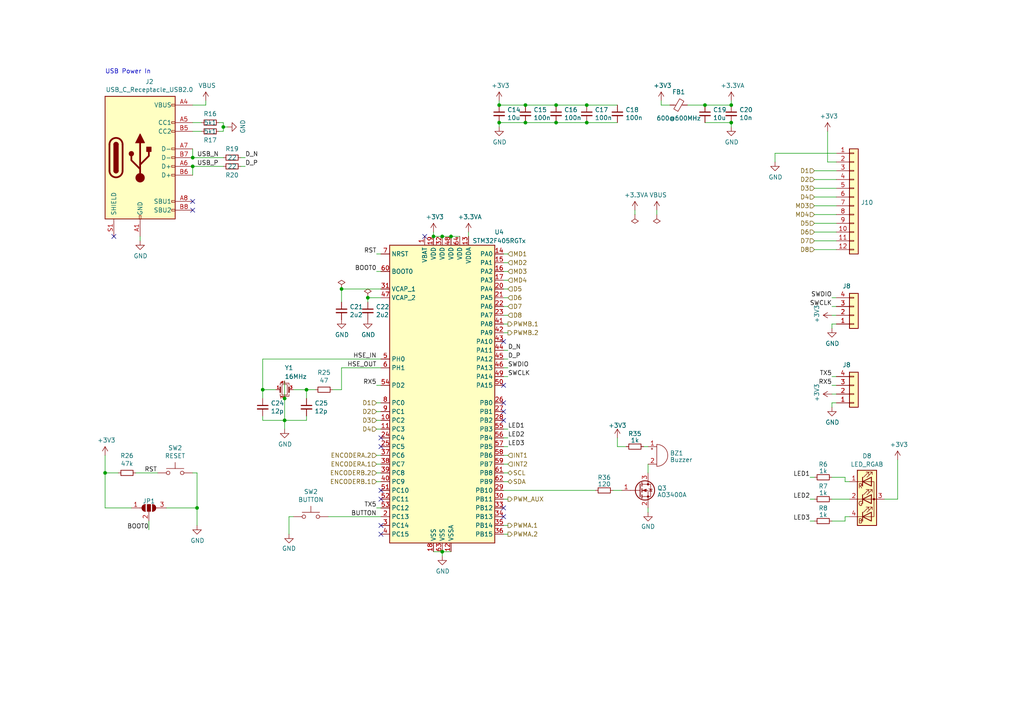
<source format=kicad_sch>
(kicad_sch (version 20230121) (generator eeschema)
  (paper "A4")
  (lib_symbols
    (symbol "Connector_Generic:Conn_01x04" (pin_names (offset 1.016) hide)
      (property "Reference" "J" (at 0 5.08 0))
      (property "Value" "Conn_01x04" (at 0 -7.62 0))
      (symbol "Conn_01x04_1_1"
        (pin passive line (at -5.08 2.54 0) (length 3.81) (name "Pin_1") (number "1"))
        (pin passive line (at -5.08 0 0) (length 3.81) (name "Pin_2") (number "2"))
        (pin passive line (at -5.08 -2.54 0) (length 3.81) (name "Pin_3") (number "3"))
        (pin passive line (at -5.08 -5.08 0) (length 3.81) (name "Pin_4") (number "4"))
      )
    )
    (symbol "Connector_Generic:Conn_01x12" (pin_names (offset 1.016) hide)
      (property "Reference" "J" (at 0 15.24 0))
      (property "Value" "Conn_01x12" (at 0 -17.78 0))
      (symbol "Conn_01x12_1_1"
        (pin passive line (at -5.08 12.7 0) (length 3.81) (name "Pin_1") (number "1"))
        (pin passive line (at -5.08 -10.16 0) (length 3.81) (name "Pin_10") (number "10"))
        (pin passive line (at -5.08 -12.7 0) (length 3.81) (name "Pin_11") (number "11"))
        (pin passive line (at -5.08 -15.24 0) (length 3.81) (name "Pin_12") (number "12"))
        (pin passive line (at -5.08 10.16 0) (length 3.81) (name "Pin_2") (number "2"))
        (pin passive line (at -5.08 7.62 0) (length 3.81) (name "Pin_3") (number "3"))
        (pin passive line (at -5.08 5.08 0) (length 3.81) (name "Pin_4") (number "4"))
        (pin passive line (at -5.08 2.54 0) (length 3.81) (name "Pin_5") (number "5"))
        (pin passive line (at -5.08 0 0) (length 3.81) (name "Pin_6") (number "6"))
        (pin passive line (at -5.08 -2.54 0) (length 3.81) (name "Pin_7") (number "7"))
        (pin passive line (at -5.08 -5.08 0) (length 3.81) (name "Pin_8") (number "8"))
        (pin passive line (at -5.08 -7.62 0) (length 3.81) (name "Pin_9") (number "9"))
      )
    )
    (symbol "Device:Buzzer" (pin_names (offset 0.0254) hide)
      (property "Reference" "BZ" (at 3.81 1.27 0))
      (property "Value" "Buzzer" (at 3.81 -1.27 0))
      (symbol "Buzzer_1_1"
        (pin passive line (at -2.54 2.54 0) (length 2.54) (name "-") (number "1"))
        (pin passive line (at -2.54 -2.54 0) (length 2.54) (name "+") (number "2"))
      )
    )
    (symbol "Device:C_Small" (pin_numbers hide) (pin_names (offset 0.254) hide)
      (property "Reference" "C" (at 0.254 1.778 0))
      (property "Value" "C_Small" (at 0.254 -2.032 0))
      (symbol "C_Small_1_1"
        (pin passive line (at 0 2.54 270) (length 2.032) (name "~") (number "1"))
        (pin passive line (at 0 -2.54 90) (length 2.032) (name "~") (number "2"))
      )
    )
    (symbol "Device:Crystal_GND24_Small" (pin_names (offset 1.016) hide)
      (property "Reference" "Y" (at 1.27 4.445 0))
      (property "Value" "Crystal_GND24_Small" (at 1.27 2.54 0))
      (symbol "Crystal_GND24_Small_1_1"
        (pin passive line (at -2.54 0 0) (length 1.27) (name "1") (number "1"))
        (pin passive line (at 0 -2.54 90) (length 0.635) (name "2") (number "2"))
        (pin passive line (at 2.54 0 180) (length 1.27) (name "3") (number "3"))
        (pin passive line (at 0 2.54 270) (length 0.635) (name "4") (number "4"))
      )
    )
    (symbol "Device:Ferrite_Bead_Small" (pin_numbers hide) (pin_names (offset 0))
      (property "Reference" "FB" (at 1.905 1.27 0))
      (property "Value" "Device_Ferrite_Bead_Small" (at 1.905 -1.27 0))
      (symbol "Ferrite_Bead_Small_1_1"
        (pin passive line (at 0 2.54 270) (length 1.27) (name "~") (number "1"))
        (pin passive line (at 0 -2.54 90) (length 1.27) (name "~") (number "2"))
      )
    )
    (symbol "Device:LED_RGAB" (pin_names (offset 0) hide)
      (property "Reference" "D" (at 0 9.398 0))
      (property "Value" "LED_RGAB" (at 0 -8.89 0))
      (symbol "LED_RGAB_0_0"
        (text "B" (at -1.905 -6.35 0) (effects (font (size 1.27 1.27))))
        (text "G" (at -1.905 -1.27 0) (effects (font (size 1.27 1.27))))
        (text "R" (at -1.905 3.81 0) (effects (font (size 1.27 1.27))))
      )
      (symbol "LED_RGAB_1_1"
        (pin passive line (at -5.08 5.08 0) (length 2.54) (name "RK") (number "1"))
        (pin passive line (at -5.08 0 0) (length 2.54) (name "GK") (number "2"))
        (pin passive line (at 5.08 0 180) (length 2.54) (name "A") (number "3"))
        (pin passive line (at -5.08 -5.08 0) (length 2.54) (name "BK") (number "4"))
      )
    )
    (symbol "Device:R_Small" (pin_numbers hide) (pin_names (offset 0.254) hide)
      (property "Reference" "R" (at 0.762 0.508 0))
      (property "Value" "R_Small" (at 0.762 -1.016 0))
      (symbol "R_Small_1_1"
        (pin passive line (at 0 2.54 270) (length 0.762) (name "~") (number "1"))
        (pin passive line (at 0 -2.54 90) (length 0.762) (name "~") (number "2"))
      )
    )
    (symbol "GND_3" (power) (pin_names (offset 0))
      (property "Value" "GND_3" (at 0 -3.81 0))
      (symbol "GND_3_1_1"
        (pin power_in line (at 0 0 270) (length 0) hide (name "GND") (number "1"))
      )
    )
    (symbol "Jumper:SolderJumper_3_Open" (pin_names (offset 0) hide)
      (property "Reference" "JP" (at -2.54 -2.54 0))
      (property "Value" "SolderJumper_3_Open" (at 0 2.794 0))
      (symbol "SolderJumper_3_Open_1_1"
        (pin passive line (at -5.08 0 0) (length 2.54) (name "A") (number "1"))
        (pin passive line (at 0 -3.81 90) (length 2.54) (name "C") (number "2"))
        (pin passive line (at 5.08 0 180) (length 2.54) (name "B") (number "3"))
      )
    )
    (symbol "Line-Tracer-rescue:USB_C_Receptacle_USB2.0-Connector" (pin_names (offset 1.016))
      (property "Reference" "J" (at -10.16 19.05 0))
      (property "Value" "USB_C_Receptacle_USB2.0-Connector" (at 19.05 19.05 0))
      (symbol "USB_C_Receptacle_USB2.0-Connector_1_1"
        (pin power_in line (at 0 -22.86 90) (length 5.08) (name "GND") (number "A1"))
        (pin passive line (at 0 -22.86 90) (length 5.08) hide (name "GND") (number "A12"))
        (pin power_in line (at 15.24 15.24 180) (length 5.08) (name "VBUS") (number "A4"))
        (pin bidirectional line (at 15.24 10.16 180) (length 5.08) (name "CC1") (number "A5"))
        (pin bidirectional line (at 15.24 -2.54 180) (length 5.08) (name "D+") (number "A6"))
        (pin bidirectional line (at 15.24 2.54 180) (length 5.08) (name "D-") (number "A7"))
        (pin bidirectional line (at 15.24 -12.7 180) (length 5.08) (name "SBU1") (number "A8"))
        (pin passive line (at 15.24 15.24 180) (length 5.08) hide (name "VBUS") (number "A9"))
        (pin passive line (at 0 -22.86 90) (length 5.08) hide (name "GND") (number "B1"))
        (pin passive line (at 0 -22.86 90) (length 5.08) hide (name "GND") (number "B12"))
        (pin passive line (at 15.24 15.24 180) (length 5.08) hide (name "VBUS") (number "B4"))
        (pin bidirectional line (at 15.24 7.62 180) (length 5.08) (name "CC2") (number "B5"))
        (pin bidirectional line (at 15.24 -5.08 180) (length 5.08) (name "D+") (number "B6"))
        (pin bidirectional line (at 15.24 0 180) (length 5.08) (name "D-") (number "B7"))
        (pin bidirectional line (at 15.24 -15.24 180) (length 5.08) (name "SBU2") (number "B8"))
        (pin passive line (at 15.24 15.24 180) (length 5.08) hide (name "VBUS") (number "B9"))
        (pin passive line (at -7.62 -22.86 90) (length 5.08) (name "SHIELD") (number "S1"))
      )
    )
    (symbol "MCU_ST_STM32F4:STM32F405RGTx"
      (property "Reference" "U" (at -15.24 44.45 0))
      (property "Value" "STM32F405RGTx" (at 10.16 44.45 0))
      (symbol "STM32F405RGTx_1_1"
        (pin power_in line (at -5.08 45.72 270) (length 2.54) (name "VBAT") (number "1"))
        (pin bidirectional line (at -17.78 -7.62 0) (length 2.54) (name "PC2") (number "10"))
        (pin bidirectional line (at -17.78 -10.16 0) (length 2.54) (name "PC3") (number "11"))
        (pin power_in line (at 2.54 -45.72 90) (length 2.54) (name "VSSA") (number "12"))
        (pin power_in line (at 7.62 45.72 270) (length 2.54) (name "VDDA") (number "13"))
        (pin bidirectional line (at 17.78 40.64 180) (length 2.54) (name "PA0") (number "14"))
        (pin bidirectional line (at 17.78 38.1 180) (length 2.54) (name "PA1") (number "15"))
        (pin bidirectional line (at 17.78 35.56 180) (length 2.54) (name "PA2") (number "16"))
        (pin bidirectional line (at 17.78 33.02 180) (length 2.54) (name "PA3") (number "17"))
        (pin power_in line (at -2.54 -45.72 90) (length 2.54) (name "VSS") (number "18"))
        (pin power_in line (at -2.54 45.72 270) (length 2.54) (name "VDD") (number "19"))
        (pin bidirectional line (at -17.78 -35.56 0) (length 2.54) (name "PC13") (number "2"))
        (pin bidirectional line (at 17.78 30.48 180) (length 2.54) (name "PA4") (number "20"))
        (pin bidirectional line (at 17.78 27.94 180) (length 2.54) (name "PA5") (number "21"))
        (pin bidirectional line (at 17.78 25.4 180) (length 2.54) (name "PA6") (number "22"))
        (pin bidirectional line (at 17.78 22.86 180) (length 2.54) (name "PA7") (number "23"))
        (pin bidirectional line (at -17.78 -12.7 0) (length 2.54) (name "PC4") (number "24"))
        (pin bidirectional line (at -17.78 -15.24 0) (length 2.54) (name "PC5") (number "25"))
        (pin bidirectional line (at 17.78 -2.54 180) (length 2.54) (name "PB0") (number "26"))
        (pin bidirectional line (at 17.78 -5.08 180) (length 2.54) (name "PB1") (number "27"))
        (pin bidirectional line (at 17.78 -7.62 180) (length 2.54) (name "PB2") (number "28"))
        (pin bidirectional line (at 17.78 -27.94 180) (length 2.54) (name "PB10") (number "29"))
        (pin bidirectional line (at -17.78 -38.1 0) (length 2.54) (name "PC14") (number "3"))
        (pin bidirectional line (at 17.78 -30.48 180) (length 2.54) (name "PB11") (number "30"))
        (pin power_in line (at -17.78 30.48 0) (length 2.54) (name "VCAP_1") (number "31"))
        (pin power_in line (at 0 45.72 270) (length 2.54) (name "VDD") (number "32"))
        (pin bidirectional line (at 17.78 -33.02 180) (length 2.54) (name "PB12") (number "33"))
        (pin bidirectional line (at 17.78 -35.56 180) (length 2.54) (name "PB13") (number "34"))
        (pin bidirectional line (at 17.78 -38.1 180) (length 2.54) (name "PB14") (number "35"))
        (pin bidirectional line (at 17.78 -40.64 180) (length 2.54) (name "PB15") (number "36"))
        (pin bidirectional line (at -17.78 -17.78 0) (length 2.54) (name "PC6") (number "37"))
        (pin bidirectional line (at -17.78 -20.32 0) (length 2.54) (name "PC7") (number "38"))
        (pin bidirectional line (at -17.78 -22.86 0) (length 2.54) (name "PC8") (number "39"))
        (pin bidirectional line (at -17.78 -40.64 0) (length 2.54) (name "PC15") (number "4"))
        (pin bidirectional line (at -17.78 -25.4 0) (length 2.54) (name "PC9") (number "40"))
        (pin bidirectional line (at 17.78 20.32 180) (length 2.54) (name "PA8") (number "41"))
        (pin bidirectional line (at 17.78 17.78 180) (length 2.54) (name "PA9") (number "42"))
        (pin bidirectional line (at 17.78 15.24 180) (length 2.54) (name "PA10") (number "43"))
        (pin bidirectional line (at 17.78 12.7 180) (length 2.54) (name "PA11") (number "44"))
        (pin bidirectional line (at 17.78 10.16 180) (length 2.54) (name "PA12") (number "45"))
        (pin bidirectional line (at 17.78 7.62 180) (length 2.54) (name "PA13") (number "46"))
        (pin power_in line (at -17.78 27.94 0) (length 2.54) (name "VCAP_2") (number "47"))
        (pin power_in line (at 2.54 45.72 270) (length 2.54) (name "VDD") (number "48"))
        (pin bidirectional line (at 17.78 5.08 180) (length 2.54) (name "PA14") (number "49"))
        (pin input line (at -17.78 10.16 0) (length 2.54) (name "PH0") (number "5"))
        (pin bidirectional line (at 17.78 2.54 180) (length 2.54) (name "PA15") (number "50"))
        (pin bidirectional line (at -17.78 -27.94 0) (length 2.54) (name "PC10") (number "51"))
        (pin bidirectional line (at -17.78 -30.48 0) (length 2.54) (name "PC11") (number "52"))
        (pin bidirectional line (at -17.78 -33.02 0) (length 2.54) (name "PC12") (number "53"))
        (pin bidirectional line (at -17.78 2.54 0) (length 2.54) (name "PD2") (number "54"))
        (pin bidirectional line (at 17.78 -10.16 180) (length 2.54) (name "PB3") (number "55"))
        (pin bidirectional line (at 17.78 -12.7 180) (length 2.54) (name "PB4") (number "56"))
        (pin bidirectional line (at 17.78 -15.24 180) (length 2.54) (name "PB5") (number "57"))
        (pin bidirectional line (at 17.78 -17.78 180) (length 2.54) (name "PB6") (number "58"))
        (pin bidirectional line (at 17.78 -20.32 180) (length 2.54) (name "PB7") (number "59"))
        (pin input line (at -17.78 7.62 0) (length 2.54) (name "PH1") (number "6"))
        (pin input line (at -17.78 35.56 0) (length 2.54) (name "BOOT0") (number "60"))
        (pin bidirectional line (at 17.78 -22.86 180) (length 2.54) (name "PB8") (number "61"))
        (pin bidirectional line (at 17.78 -25.4 180) (length 2.54) (name "PB9") (number "62"))
        (pin power_in line (at 0 -45.72 90) (length 2.54) (name "VSS") (number "63"))
        (pin power_in line (at 5.08 45.72 270) (length 2.54) (name "VDD") (number "64"))
        (pin input line (at -17.78 40.64 0) (length 2.54) (name "NRST") (number "7"))
        (pin bidirectional line (at -17.78 -2.54 0) (length 2.54) (name "PC0") (number "8"))
        (pin bidirectional line (at -17.78 -5.08 0) (length 2.54) (name "PC1") (number "9"))
      )
    )
    (symbol "Switch:SW_Push" (pin_numbers hide) (pin_names (offset 1.016) hide)
      (property "Reference" "SW" (at 1.27 2.54 0))
      (property "Value" "SW_Push" (at 0 -1.524 0))
      (symbol "SW_Push_0_1"
        (pin passive line (at -5.08 0 0) (length 2.54) (name "1") (number "1"))
        (pin passive line (at 5.08 0 180) (length 2.54) (name "2") (number "2"))
      )
    )
    (symbol "Transistor_FET:AO3400A" (pin_names hide)
      (property "Reference" "Q" (at 5.08 1.905 0))
      (property "Value" "AO3400A" (at 5.08 0 0))
      (symbol "AO3400A_1_1"
        (pin input line (at -5.08 0 0) (length 2.54) (name "G") (number "1"))
        (pin passive line (at 2.54 -5.08 90) (length 2.54) (name "S") (number "2"))
        (pin passive line (at 2.54 5.08 270) (length 2.54) (name "D") (number "3"))
      )
    )
    (symbol "power:+3.3V" (power) (pin_names (offset 0))
      (property "Value" "+3.3V" (at 0 3.556 0))
      (symbol "+3.3V_1_1"
        (pin power_in line (at 0 0 90) (length 0) hide (name "+3V3") (number "1"))
      )
    )
    (symbol "power:+3.3VA" (power) (pin_names (offset 0))
      (property "Value" "+3.3VA" (at 0 3.556 0))
      (symbol "+3.3VA_1_1"
        (pin power_in line (at 0 0 90) (length 0) hide (name "+3.3VA") (number "1"))
      )
    )
    (symbol "power:GND" (power) (pin_names (offset 0))
      (property "Value" "GND" (at 0 -3.81 0))
      (symbol "GND_1_1"
        (pin power_in line (at 0 0 270) (length 0) hide (name "GND") (number "1"))
      )
    )
    (symbol "power:PWR_FLAG" (power) (pin_numbers hide) (pin_names (offset 0) hide)
      (property "Value" "PWR_FLAG" (at 0 3.81 0))
      (symbol "PWR_FLAG_0_0"
        (pin power_out line (at 0 0 90) (length 0) (name "pwr") (number "1"))
      )
    )
    (symbol "power:VBUS" (power) (pin_names (offset 0))
      (property "Value" "VBUS" (at 0 3.81 0))
      (symbol "VBUS_1_1"
        (pin power_in line (at 0 0 90) (length 0) hide (name "VBUS") (number "1"))
      )
    )
  )
  (junction (at 99.06 83.82))
  (junction (at 144.78 30.48))
  (junction (at 161.29 30.48))
  (junction (at 170.18 35.56))
  (junction (at 55.88 45.72))
  (junction (at 128.27 160.02))
  (junction (at 30.48 137.16))
  (junction (at 130.81 68.58))
  (junction (at 76.2 113.03))
  (junction (at 128.27 68.58))
  (junction (at 88.9 113.03))
  (junction (at 57.15 147.32))
  (junction (at 55.88 48.26))
  (junction (at 170.18 30.48))
  (junction (at 212.09 35.56))
  (junction (at 82.55 121.92))
  (junction (at 161.29 35.56))
  (junction (at 144.78 35.56))
  (junction (at 82.55 115.57))
  (junction (at 204.47 30.48))
  (junction (at 64.77 36.83))
  (junction (at 125.73 68.58))
  (junction (at 152.4 30.48))
  (junction (at 152.4 35.56))
  (junction (at 106.68 86.36))
  (junction (at 212.09 30.48))
  (no_connect (at 146.05 111.76))
  (no_connect (at 110.49 127))
  (no_connect (at 146.05 116.84))
  (no_connect (at 146.05 147.32))
  (no_connect (at 55.88 60.96))
  (no_connect (at 55.88 58.42))
  (no_connect (at 110.49 154.94))
  (no_connect (at 110.49 152.4))
  (no_connect (at 110.49 129.54))
  (no_connect (at 146.05 99.06))
  (no_connect (at 146.05 121.92))
  (no_connect (at 146.05 119.38))
  (no_connect (at 123.19 68.58))
  (no_connect (at 33.02 68.58))
  (no_connect (at 110.49 142.24))
  (no_connect (at 110.49 144.78))
  (no_connect (at 146.05 149.86))
  (wire (pts (xy 64.77 48.26) (xy 55.88 48.26)))
  (wire (pts (xy 146.05 104.14) (xy 147.32 104.14)))
  (wire (pts (xy 130.81 160.02) (xy 128.27 160.02)))
  (wire (pts (xy 191.77 30.48) (xy 194.31 30.48)))
  (wire (pts (xy 69.85 48.26) (xy 71.12 48.26)))
  (wire (pts (xy 241.3 116.84) (xy 241.3 118.11)))
  (wire (pts (xy 58.42 35.56) (xy 55.88 35.56)))
  (wire (pts (xy 110.49 121.92) (xy 109.22 121.92)))
  (wire (pts (xy 82.55 121.92) (xy 88.9 121.92)))
  (wire (pts (xy 34.29 137.16) (xy 30.48 137.16)))
  (wire (pts (xy 88.9 113.03) (xy 88.9 115.57)))
  (wire (pts (xy 110.49 111.76) (xy 109.22 111.76)))
  (wire (pts (xy 236.22 54.61) (xy 242.57 54.61)))
  (wire (pts (xy 82.55 124.46) (xy 82.55 121.92)))
  (wire (pts (xy 186.69 129.54) (xy 187.96 129.54)))
  (wire (pts (xy 57.15 147.32) (xy 57.15 152.4)))
  (wire (pts (xy 146.05 78.74) (xy 147.32 78.74)))
  (wire (pts (xy 76.2 121.92) (xy 82.55 121.92)))
  (wire (pts (xy 88.9 121.92) (xy 88.9 120.65)))
  (wire (pts (xy 146.05 109.22) (xy 147.32 109.22)))
  (wire (pts (xy 66.04 36.83) (xy 64.77 36.83)))
  (wire (pts (xy 43.18 151.13) (xy 43.18 153.67)))
  (wire (pts (xy 241.3 114.3) (xy 242.57 114.3)))
  (wire (pts (xy 146.05 142.24) (xy 172.72 142.24)))
  (wire (pts (xy 199.39 30.48) (xy 204.47 30.48)))
  (wire (pts (xy 242.57 86.36) (xy 241.3 86.36)))
  (wire (pts (xy 170.18 30.48) (xy 161.29 30.48)))
  (wire (pts (xy 146.05 127) (xy 147.32 127)))
  (wire (pts (xy 187.96 134.62) (xy 187.96 137.16)))
  (wire (pts (xy 177.8 142.24) (xy 180.34 142.24)))
  (wire (pts (xy 242.57 88.9) (xy 241.3 88.9)))
  (wire (pts (xy 245.11 139.7) (xy 246.38 139.7)))
  (wire (pts (xy 260.35 133.35) (xy 260.35 144.78)))
  (wire (pts (xy 55.88 137.16) (xy 57.15 137.16)))
  (wire (pts (xy 245.11 138.43) (xy 245.11 139.7)))
  (wire (pts (xy 146.05 91.44) (xy 147.32 91.44)))
  (wire (pts (xy 99.06 113.03) (xy 99.06 106.68)))
  (wire (pts (xy 40.64 68.58) (xy 40.64 69.85)))
  (wire (pts (xy 82.55 115.57) (xy 82.55 110.49)))
  (wire (pts (xy 85.09 113.03) (xy 88.9 113.03)))
  (wire (pts (xy 39.37 137.16) (xy 45.72 137.16)))
  (wire (pts (xy 80.01 113.03) (xy 76.2 113.03)))
  (wire (pts (xy 88.9 113.03) (xy 91.44 113.03)))
  (wire (pts (xy 241.3 144.78) (xy 246.38 144.78)))
  (wire (pts (xy 110.49 134.62) (xy 109.22 134.62)))
  (wire (pts (xy 83.82 149.86) (xy 83.82 154.94)))
  (wire (pts (xy 236.22 138.43) (xy 234.95 138.43)))
  (wire (pts (xy 236.22 151.13) (xy 234.95 151.13)))
  (wire (pts (xy 144.78 29.21) (xy 144.78 30.48)))
  (wire (pts (xy 128.27 68.58) (xy 125.73 68.58)))
  (wire (pts (xy 212.09 35.56) (xy 204.47 35.56)))
  (wire (pts (xy 110.49 139.7) (xy 109.22 139.7)))
  (wire (pts (xy 146.05 152.4) (xy 147.32 152.4)))
  (wire (pts (xy 133.35 68.58) (xy 130.81 68.58)))
  (wire (pts (xy 224.79 46.99) (xy 224.79 44.45)))
  (wire (pts (xy 242.57 111.76) (xy 241.3 111.76)))
  (wire (pts (xy 146.05 81.28) (xy 147.32 81.28)))
  (wire (pts (xy 76.2 113.03) (xy 76.2 115.57)))
  (wire (pts (xy 110.49 137.16) (xy 109.22 137.16)))
  (wire (pts (xy 146.05 106.68) (xy 147.32 106.68)))
  (wire (pts (xy 146.05 76.2) (xy 147.32 76.2)))
  (wire (pts (xy 110.49 116.84) (xy 109.22 116.84)))
  (wire (pts (xy 128.27 161.29) (xy 128.27 160.02)))
  (wire (pts (xy 240.03 38.1) (xy 240.03 46.99)))
  (wire (pts (xy 64.77 38.1) (xy 64.77 36.83)))
  (wire (pts (xy 179.07 129.54) (xy 181.61 129.54)))
  (wire (pts (xy 64.77 45.72) (xy 55.88 45.72)))
  (wire (pts (xy 110.49 86.36) (xy 106.68 86.36)))
  (wire (pts (xy 146.05 73.66) (xy 147.32 73.66)))
  (wire (pts (xy 110.49 132.08) (xy 109.22 132.08)))
  (wire (pts (xy 110.49 124.46) (xy 109.22 124.46)))
  (wire (pts (xy 161.29 35.56) (xy 170.18 35.56)))
  (wire (pts (xy 146.05 83.82) (xy 147.32 83.82)))
  (wire (pts (xy 212.09 29.21) (xy 212.09 30.48)))
  (wire (pts (xy 110.49 147.32) (xy 109.22 147.32)))
  (wire (pts (xy 110.49 83.82) (xy 99.06 83.82)))
  (wire (pts (xy 63.5 35.56) (xy 64.77 35.56)))
  (wire (pts (xy 242.57 93.98) (xy 241.3 93.98)))
  (wire (pts (xy 106.68 86.36) (xy 106.68 87.63)))
  (wire (pts (xy 30.48 147.32) (xy 38.1 147.32)))
  (wire (pts (xy 242.57 116.84) (xy 241.3 116.84)))
  (wire (pts (xy 236.22 49.53) (xy 242.57 49.53)))
  (wire (pts (xy 260.35 144.78) (xy 256.54 144.78)))
  (wire (pts (xy 146.05 101.6) (xy 147.32 101.6)))
  (wire (pts (xy 55.88 30.48) (xy 59.69 30.48)))
  (wire (pts (xy 64.77 36.83) (xy 64.77 35.56)))
  (wire (pts (xy 63.5 38.1) (xy 64.77 38.1)))
  (wire (pts (xy 245.11 149.86) (xy 245.11 151.13)))
  (wire (pts (xy 57.15 137.16) (xy 57.15 147.32)))
  (wire (pts (xy 146.05 134.62) (xy 147.32 134.62)))
  (wire (pts (xy 161.29 30.48) (xy 152.4 30.48)))
  (wire (pts (xy 83.82 149.86) (xy 85.09 149.86)))
  (wire (pts (xy 48.26 147.32) (xy 57.15 147.32)))
  (wire (pts (xy 152.4 30.48) (xy 144.78 30.48)))
  (wire (pts (xy 30.48 137.16) (xy 30.48 132.08)))
  (wire (pts (xy 152.4 35.56) (xy 161.29 35.56)))
  (wire (pts (xy 242.57 109.22) (xy 241.3 109.22)))
  (wire (pts (xy 242.57 46.99) (xy 240.03 46.99)))
  (wire (pts (xy 76.2 104.14) (xy 110.49 104.14)))
  (wire (pts (xy 146.05 154.94) (xy 147.32 154.94)))
  (wire (pts (xy 76.2 113.03) (xy 76.2 104.14)))
  (wire (pts (xy 236.22 59.69) (xy 242.57 59.69)))
  (wire (pts (xy 55.88 45.72) (xy 55.88 43.18)))
  (wire (pts (xy 236.22 144.78) (xy 234.95 144.78)))
  (wire (pts (xy 135.89 67.31) (xy 135.89 68.58)))
  (wire (pts (xy 125.73 160.02) (xy 128.27 160.02)))
  (wire (pts (xy 146.05 86.36) (xy 147.32 86.36)))
  (wire (pts (xy 69.85 45.72) (xy 71.12 45.72)))
  (wire (pts (xy 146.05 137.16) (xy 147.32 137.16)))
  (wire (pts (xy 146.05 139.7) (xy 147.32 139.7)))
  (wire (pts (xy 170.18 35.56) (xy 179.07 35.56)))
  (wire (pts (xy 146.05 129.54) (xy 147.32 129.54)))
  (wire (pts (xy 236.22 52.07) (xy 242.57 52.07)))
  (wire (pts (xy 236.22 64.77) (xy 242.57 64.77)))
  (wire (pts (xy 95.25 149.86) (xy 110.49 149.86)))
  (wire (pts (xy 241.3 151.13) (xy 245.11 151.13)))
  (wire (pts (xy 187.96 147.32) (xy 187.96 148.59)))
  (wire (pts (xy 179.07 127) (xy 179.07 129.54)))
  (wire (pts (xy 236.22 57.15) (xy 242.57 57.15)))
  (wire (pts (xy 241.3 93.98) (xy 241.3 95.25)))
  (wire (pts (xy 146.05 88.9) (xy 147.32 88.9)))
  (wire (pts (xy 58.42 38.1) (xy 55.88 38.1)))
  (wire (pts (xy 144.78 35.56) (xy 152.4 35.56)))
  (wire (pts (xy 76.2 121.92) (xy 76.2 120.65)))
  (wire (pts (xy 190.5 62.23) (xy 190.5 60.96)))
  (wire (pts (xy 224.79 44.45) (xy 242.57 44.45)))
  (wire (pts (xy 59.69 30.48) (xy 59.69 29.21)))
  (wire (pts (xy 110.49 119.38) (xy 109.22 119.38)))
  (wire (pts (xy 236.22 69.85) (xy 242.57 69.85)))
  (wire (pts (xy 236.22 72.39) (xy 242.57 72.39)))
  (wire (pts (xy 236.22 62.23) (xy 242.57 62.23)))
  (wire (pts (xy 99.06 106.68) (xy 110.49 106.68)))
  (wire (pts (xy 144.78 36.83) (xy 144.78 35.56)))
  (wire (pts (xy 55.88 50.8) (xy 55.88 48.26)))
  (wire (pts (xy 146.05 144.78) (xy 147.32 144.78)))
  (wire (pts (xy 110.49 78.74) (xy 109.22 78.74)))
  (wire (pts (xy 30.48 147.32) (xy 30.48 137.16)))
  (wire (pts (xy 146.05 93.98) (xy 147.32 93.98)))
  (wire (pts (xy 110.49 73.66) (xy 109.22 73.66)))
  (wire (pts (xy 241.3 91.44) (xy 242.57 91.44)))
  (wire (pts (xy 179.07 30.48) (xy 170.18 30.48)))
  (wire (pts (xy 146.05 132.08) (xy 147.32 132.08)))
  (wire (pts (xy 245.11 149.86) (xy 246.38 149.86)))
  (wire (pts (xy 99.06 83.82) (xy 99.06 87.63)))
  (wire (pts (xy 82.55 115.57) (xy 82.55 121.92)))
  (wire (pts (xy 236.22 67.31) (xy 242.57 67.31)))
  (wire (pts (xy 191.77 29.21) (xy 191.77 30.48)))
  (wire (pts (xy 184.15 62.23) (xy 184.15 60.96)))
  (wire (pts (xy 125.73 67.31) (xy 125.73 68.58)))
  (wire (pts (xy 212.09 30.48) (xy 204.47 30.48)))
  (wire (pts (xy 146.05 124.46) (xy 147.32 124.46)))
  (wire (pts (xy 130.81 68.58) (xy 128.27 68.58)))
  (wire (pts (xy 212.09 36.83) (xy 212.09 35.56)))
  (wire (pts (xy 241.3 138.43) (xy 245.11 138.43)))
  (wire (pts (xy 146.05 96.52) (xy 147.32 96.52)))
  (wire (pts (xy 96.52 113.03) (xy 99.06 113.03)))
  (text "USB Power In" (at 30.48 21.59 0) (effects (font (size 1.27 1.27)) (justify left bottom)))
  (label "RST" (at 109.22 73.66 180))
  (label "RX5" (at 109.22 111.76 180))
  (label "LED3" (at 147.32 129.54 0))
  (label "SWDIO" (at 241.3 86.36 180))
  (label "SWCLK" (at 241.3 88.9 180))
  (label "HSE_IN" (at 109.22 104.14 180))
  (label "TX5" (at 241.3 109.22 180))
  (label "LED2" (at 234.95 144.78 180))
  (label "D_N" (at 71.12 45.72 0))
  (label "D_P" (at 147.32 104.14 0))
  (label "LED2" (at 147.32 127 0))
  (label "LED3" (at 234.95 151.13 180))
  (label "RST" (at 41.91 137.16 0))
  (label "RX5" (at 241.3 111.76 180))
  (label "BOOT0" (at 109.22 78.74 180))
  (label "LED1" (at 147.32 124.46 0))
  (label "USB_P" (at 57.15 48.26 0))
  (label "USB_N" (at 57.15 45.72 0))
  (label "SWCLK" (at 147.32 109.22 0))
  (label "BOOT0" (at 43.18 153.67 180))
  (label "SWDIO" (at 147.32 106.68 0))
  (label "HSE_OUT" (at 109.22 106.68 180))
  (label "D_P" (at 71.12 48.26 0))
  (label "D_N" (at 147.32 101.6 0))
  (label "BUTTON" (at 109.22 149.86 180))
  (label "TX5" (at 109.22 147.32 180))
  (label "LED1" (at 234.95 138.43 180))
  (hierarchical_label "MD2" (shape input) (at 147.32 76.2 0))
  (hierarchical_label "D2" (shape input) (at 236.22 52.07 180))
  (hierarchical_label "INT2" (shape input) (at 147.32 134.62 0))
  (hierarchical_label "D8" (shape input) (at 236.22 72.39 180))
  (hierarchical_label "PWM_AUX" (shape output) (at 147.32 144.78 0))
  (hierarchical_label "D1" (shape input) (at 109.22 116.84 180))
  (hierarchical_label "D3" (shape input) (at 109.22 121.92 180))
  (hierarchical_label "MD3" (shape input) (at 147.32 78.74 0))
  (hierarchical_label "ENCODERA.2" (shape input) (at 109.22 132.08 180))
  (hierarchical_label "SCL" (shape bidirectional) (at 147.32 137.16 0))
  (hierarchical_label "MD3" (shape input) (at 236.22 59.69 180))
  (hierarchical_label "D2" (shape input) (at 109.22 119.38 180))
  (hierarchical_label "D1" (shape input) (at 236.22 49.53 180))
  (hierarchical_label "D3" (shape input) (at 236.22 54.61 180))
  (hierarchical_label "D4" (shape input) (at 109.22 124.46 180))
  (hierarchical_label "ENCODERA.1" (shape input) (at 109.22 134.62 180))
  (hierarchical_label "INT1" (shape input) (at 147.32 132.08 0))
  (hierarchical_label "MD4" (shape input) (at 236.22 62.23 180))
  (hierarchical_label "PWMB.1" (shape output) (at 147.32 93.98 0))
  (hierarchical_label "MD4" (shape input) (at 147.32 81.28 0))
  (hierarchical_label "D7" (shape input) (at 147.32 88.9 0))
  (hierarchical_label "D5" (shape input) (at 236.22 64.77 180))
  (hierarchical_label "D5" (shape input) (at 147.32 83.82 0))
  (hierarchical_label "PWMA.2" (shape output) (at 147.32 154.94 0))
  (hierarchical_label "D7" (shape input) (at 236.22 69.85 180))
  (hierarchical_label "ENCODERB.2" (shape input) (at 109.22 137.16 180))
  (hierarchical_label "D6" (shape input) (at 236.22 67.31 180))
  (hierarchical_label "PWMA.1" (shape output) (at 147.32 152.4 0))
  (hierarchical_label "PWMB.2" (shape output) (at 147.32 96.52 0))
  (hierarchical_label "D6" (shape input) (at 147.32 86.36 0))
  (hierarchical_label "D4" (shape input) (at 236.22 57.15 180))
  (hierarchical_label "ENCODERB.1" (shape input) (at 109.22 139.7 180))
  (hierarchical_label "D8" (shape input) (at 147.32 91.44 0))
  (hierarchical_label "SDA" (shape bidirectional) (at 147.32 139.7 0))
  (hierarchical_label "MD1" (shape input) (at 147.32 73.66 0))
  (symbol (lib_id "MCU_ST_STM32F4:STM32F405RGTx") (at 128.27 114.3 0) (unit 1)
    (property "Reference" "U4" (at 144.78 67.31 0))
    (property "Value" "STM32F405RGTx" (at 144.78 69.85 0))
    (property "Footprint" "Package_QFP:LQFP-64_10x10mm_P0.5mm" (effects hide))
    (property "Datasheet" "http://www.st.com/st-web-ui/static/active/en/resource/technical/document/datasheet/DM00037051.pdf" (effects hide))
    (instances (project "Line Tracer" (path "" (reference "U4") (unit 1))) (project "Line Tracer F405RGT" (path "" (reference "U1") (unit 1)) (path "" (reference "U1") (unit 1))))
  )
  (symbol (lib_id "power:+3.3V") (at 260.35 133.35 0) (unit 1)
    (property "Reference" "#PWR072" (effects hide))
    (property "Value" "+3.3V" (at 260.731 128.9558 0))
    (instances (project "Line Tracer" (path "" (reference "#PWR072") (unit 1))) (project "Line Tracer F405RGT" (path "" (reference "#PWR031") (unit 1)) (path "" (reference "#PWR031") (unit 1))))
  )
  (symbol (lib_id "power:GND") (at 82.55 124.46 0) (unit 1)
    (property "Reference" "#PWR066" (effects hide))
    (property "Value" "GND" (at 82.677 128.8542 0))
    (instances (project "Line Tracer" (path "" (reference "#PWR066") (unit 1))) (project "Line Tracer F405RGT" (path "" (reference "#PWR025") (unit 1)) (path "" (reference "#PWR025") (unit 1))))
  )
  (symbol (lib_id "Device:R_Small") (at 36.83 137.16 270) (unit 1)
    (property "Reference" "R26" (at 36.83 132.1816 90))
    (property "Value" "47k" (at 36.83 134.493 90))
    (property "Footprint" "Resistor_SMD:R_0603_1608Metric" (effects hide))
    (instances (project "Line Tracer" (path "" (reference "R26") (unit 1))) (project "Line Tracer F405RGT" (path "" (reference "R11") (unit 1)) (path "" (reference "R11") (unit 1))))
  )
  (symbol (lib_id "Connector_Generic:Conn_01x04") (at 247.65 114.3 0) (mirror x) (unit 1)
    (property "Reference" "J8" (at 245.5672 105.8418 0))
    (property "Value" "Conn_01x04" (effects hide))
    (property "Footprint" "Connector_JST:JST_SH_BM04B-SRSS-TB_1x04-1MP_P1.00mm_Vertical" (effects hide))
    (instances (project "Line Tracer" (path "" (reference "J8") (unit 1))) (project "Line Tracer F405RGT" (path "" (reference "J7") (unit 1)) (path "" (reference "J7") (unit 1))))
  )
  (symbol (lib_id "Jumper:SolderJumper_3_Open") (at 43.18 147.32 0) (unit 1)
    (property "Reference" "JP1" (at 43.18 145.3421 0))
    (property "Value" "SolderJumper_3_Open" (effects hide))
    (property "Footprint" "Jumper:SolderJumper-3_P1.3mm_Open_RoundedPad1.0x1.5mm_NumberLabels" (effects hide))
  )
  (symbol (lib_id "power:PWR_FLAG") (at 190.5 62.23 180) (unit 1)
    (property "Reference" "#FLG010" (effects hide))
    (property "Value" "PWR_FLAG" (effects hide))
    (instances (project "Line Tracer" (path "" (reference "#FLG010") (unit 1))) (project "Line Tracer F405RGT" (path "" (reference "#FLG02") (unit 1)) (path "" (reference "#FLG02") (unit 1))))
  )
  (symbol (lib_id "power:+3.3V") (at 241.3 91.44 90) (unit 1)
    (property "Reference" "#PWR068" (effects hide))
    (property "Value" "+3.3V" (at 236.9058 91.059 0))
    (instances (project "Line Tracer" (path "" (reference "#PWR068") (unit 1))) (project "Line Tracer F405RGT" (path "" (reference "#PWR027") (unit 1)) (path "" (reference "#PWR016") (unit 1))))
  )
  (symbol (lib_id "power:GND") (at 57.15 152.4 0) (unit 1)
    (property "Reference" "#PWR074" (effects hide))
    (property "Value" "GND" (at 57.277 156.7942 0))
    (instances (project "Line Tracer" (path "" (reference "#PWR074") (unit 1))) (project "Line Tracer F405RGT" (path "" (reference "#PWR033") (unit 1)) (path "" (reference "#PWR033") (unit 1))))
  )
  (symbol (lib_id "power:VBUS") (at 59.69 29.21 0) (unit 1)
    (property "Reference" "#PWR044" (effects hide))
    (property "Value" "VBUS" (at 60.071 24.8158 0))
    (instances (project "Line Tracer" (path "" (reference "#PWR044") (unit 1))) (project "Line Tracer F405RGT" (path "" (reference "#PWR03") (unit 1)) (path "" (reference "#PWR03") (unit 1))))
  )
  (symbol (lib_id "power:+3.3V") (at 240.03 38.1 0) (unit 1)
    (property "Reference" "#PWR046" (effects hide))
    (property "Value" "+3.3V" (at 240.411 33.7058 0))
    (instances (project "Line Tracer" (path "" (reference "#PWR046") (unit 1))) (project "Line Tracer F405RGT" (path "" (reference "#PWR05") (unit 1)) (path "" (reference "#PWR078") (unit 1))))
  )
  (symbol (lib_id "Device:C_Small") (at 106.68 90.17 0) (unit 1)
    (property "Reference" "C22" (at 109.0168 89.0016 0) (effects (justify left)))
    (property "Value" "2u2" (at 109.0168 91.313 0) (effects (justify left)))
    (property "Footprint" "Capacitor_SMD:C_0603_1608Metric" (effects hide))
    (instances (project "Line Tracer" (path "" (reference "C22") (unit 1))) (project "Line Tracer F405RGT" (path "" (reference "C9") (unit 1)) (path "" (reference "C9") (unit 1))))
  )
  (symbol (lib_id "power:GND") (at 66.04 36.83 90) (unit 1)
    (property "Reference" "#PWR051" (effects hide))
    (property "Value" "GND" (at 70.4342 36.703 0))
    (instances (project "Line Tracer" (path "" (reference "#PWR051") (unit 1))) (project "Line Tracer F405RGT" (path "" (reference "#PWR010") (unit 1)) (path "" (reference "#PWR010") (unit 1))))
  )
  (symbol (lib_id "power:VBUS") (at 190.5 60.96 0) (unit 1)
    (property "Reference" "#PWR050" (effects hide))
    (property "Value" "VBUS" (at 190.881 56.5658 0))
    (instances (project "Line Tracer" (path "" (reference "#PWR050") (unit 1))) (project "Line Tracer F405RGT" (path "" (reference "#PWR09") (unit 1)) (path "" (reference "#PWR09") (unit 1))))
  )
  (symbol (lib_id "Device:R_Small") (at 238.76 144.78 90) (unit 1)
    (property "Reference" "R7" (at 238.76 141.0335 90))
    (property "Value" "1k" (at 238.76 142.9545 90))
    (property "Footprint" "Resistor_SMD:R_0603_1608Metric" (effects hide))
  )
  (symbol (lib_id "power:PWR_FLAG") (at 99.06 83.82 0) (unit 1)
    (property "Reference" "#FLG011" (effects hide))
    (property "Value" "PWR_FLAG" (effects hide))
    (instances (project "Line Tracer" (path "" (reference "#FLG011") (unit 1))) (project "Line Tracer F405RGT" (path "" (reference "#FLG03") (unit 1)) (path "" (reference "#FLG03") (unit 1))))
  )
  (symbol (lib_id "power:GND") (at 99.06 92.71 0) (unit 1)
    (property "Reference" "#PWR059" (effects hide))
    (property "Value" "GND" (at 99.187 97.1042 0))
    (instances (project "Line Tracer" (path "" (reference "#PWR059") (unit 1))) (project "Line Tracer F405RGT" (path "" (reference "#PWR018") (unit 1)) (path "" (reference "#PWR018") (unit 1))))
  )
  (symbol (lib_id "power:PWR_FLAG") (at 184.15 62.23 180) (unit 1)
    (property "Reference" "#FLG09" (effects hide))
    (property "Value" "PWR_FLAG" (effects hide))
    (instances (project "Line Tracer" (path "" (reference "#FLG09") (unit 1))) (project "Line Tracer F405RGT" (path "" (reference "#FLG01") (unit 1)) (path "" (reference "#FLG01") (unit 1))))
  )
  (symbol (lib_id "Line-Tracer-rescue:USB_C_Receptacle_USB2.0-Connector") (at 40.64 45.72 0) (unit 1)
    (property "Reference" "J2" (at 43.3578 23.6982 0))
    (property "Value" "USB_C_Receptacle_USB2.0" (at 43.3578 26.0096 0))
    (property "Footprint" "Connector_USB:USB_C_Receptacle_HRO_TYPE-C-31-M-12" (effects hide))
    (property "Datasheet" "https://www.usb.org/sites/default/files/documents/usb_type-c.zip" (effects hide))
    (instances (project "Line Tracer" (path "" (reference "J2") (unit 1))) (project "Line Tracer F405RGT" (path "" (reference "J1") (unit 1)) (path "" (reference "J1") (unit 1))))
  )
  (symbol (lib_id "power:GND") (at 224.79 46.99 0) (unit 1)
    (property "Reference" "#PWR053" (effects hide))
    (property "Value" "GND" (at 224.917 51.3842 0))
    (instances (project "Line Tracer" (path "" (reference "#PWR053") (unit 1))) (project "Line Tracer F405RGT" (path "" (reference "#PWR012") (unit 1)) (path "" (reference "#PWR077") (unit 1))))
  )
  (symbol (lib_id "Switch:SW_Push") (at 90.17 149.86 0) (mirror y) (unit 1)
    (property "Reference" "SW2" (at 90.17 142.621 0))
    (property "Value" "BUTTON" (at 90.17 144.9324 0))
    (property "Footprint" "Button_Switch_SMD:SW_SPST_B3U-1000P" (effects hide))
    (instances (project "Line Tracer" (path "" (reference "SW2") (unit 1))) (project "Line Tracer F405RGT" (path "" (reference "SW2") (unit 1)) (path "" (reference "SW3") (unit 1))))
  )
  (symbol (lib_id "Device:R_Small") (at 238.76 138.43 90) (unit 1)
    (property "Reference" "R6" (at 238.76 134.6835 90))
    (property "Value" "1k" (at 238.76 136.6045 90))
    (property "Footprint" "Resistor_SMD:R_0603_1608Metric" (effects hide))
  )
  (symbol (lib_id "power:GND") (at 128.27 161.29 0) (unit 1)
    (property "Reference" "#PWR075" (effects hide))
    (property "Value" "GND" (at 128.397 165.6842 0))
    (instances (project "Line Tracer" (path "" (reference "#PWR075") (unit 1))) (project "Line Tracer F405RGT" (path "" (reference "#PWR034") (unit 1)) (path "" (reference "#PWR034") (unit 1))))
  )
  (symbol (lib_id "power:GND") (at 212.09 36.83 0) (unit 1)
    (property "Reference" "#PWR053" (effects hide))
    (property "Value" "GND" (at 212.217 41.2242 0))
    (instances (project "Line Tracer" (path "" (reference "#PWR053") (unit 1))) (project "Line Tracer F405RGT" (path "" (reference "#PWR012") (unit 1)) (path "" (reference "#PWR012") (unit 1))))
  )
  (symbol (lib_id "Device:LED_RGAB") (at 251.46 144.78 0) (unit 1)
    (property "Reference" "D8" (at 251.46 132.2537 0))
    (property "Value" "LED_RGAB" (at 251.46 134.6779 0))
    (property "Footprint" "LED_SMD:LED_RGB_1210" (effects hide))
  )
  (symbol (lib_name "GND_3") (lib_id "power:GND") (at 187.96 148.59 0) (unit 1)
    (property "Reference" "#PWR069" (effects hide))
    (property "Value" "GND" (at 187.96 152.7255 0))
    (instances (project "Line Tracer F405RGT" (path "" (reference "#PWR069") (unit 1))) (project "Line Tracer RP2040" (path "" (reference "#PWR0523") (unit 1))))
  )
  (symbol (lib_id "power:GND") (at 106.68 92.71 0) (unit 1)
    (property "Reference" "#PWR060" (effects hide))
    (property "Value" "GND" (at 106.807 97.1042 0))
    (instances (project "Line Tracer" (path "" (reference "#PWR060") (unit 1))) (project "Line Tracer F405RGT" (path "" (reference "#PWR019") (unit 1)) (path "" (reference "#PWR019") (unit 1))))
  )
  (symbol (lib_id "power:+3.3V") (at 30.48 132.08 0) (unit 1)
    (property "Reference" "#PWR070" (effects hide))
    (property "Value" "+3.3V" (at 30.861 127.6858 0))
    (instances (project "Line Tracer" (path "" (reference "#PWR070") (unit 1))) (project "Line Tracer F405RGT" (path "" (reference "#PWR029") (unit 1)) (path "" (reference "#PWR029") (unit 1))))
  )
  (symbol (lib_id "Device:R_Small") (at 60.96 35.56 270) (unit 1)
    (property "Reference" "R16" (at 60.96 33.02 90))
    (property "Value" "5k1" (at 60.96 35.56 90))
    (property "Footprint" "Resistor_SMD:R_0603_1608Metric" (effects hide))
    (instances (project "Line Tracer" (path "" (reference "R16") (unit 1))) (project "Line Tracer F405RGT" (path "" (reference "R1") (unit 1)) (path "" (reference "R1") (unit 1))))
  )
  (symbol (lib_id "power:+3.3V") (at 179.07 127 0) (unit 1)
    (property "Reference" "#PWR068" (effects hide))
    (property "Value" "+3.3V" (at 179.07 123.3955 0))
    (instances (project "Line Tracer F405RGT" (path "" (reference "#PWR068") (unit 1))) (project "Line Tracer RP2040" (path "" (reference "#PWR0524") (unit 1))))
  )
  (symbol (lib_id "Switch:SW_Push") (at 50.8 137.16 0) (unit 1)
    (property "Reference" "SW2" (at 50.8 129.921 0))
    (property "Value" "RESET" (at 50.8 132.2324 0))
    (property "Footprint" "Button_Switch_SMD:SW_SPST_B3U-1000P" (effects hide))
  )
  (symbol (lib_id "Device:Buzzer") (at 190.5 132.08 0) (unit 1)
    (property "Reference" "BZ1" (at 194.2962 131.4363 0) (effects (justify left)))
    (property "Value" "Buzzer" (at 194.2962 133.3573 0) (effects (justify left)))
    (property "Footprint" "Buzzer_Beeper:PUIAudio_SMT_0825_S_4_R" (effects hide))
    (instances (project "Line Tracer F405RGT" (path "" (reference "BZ1") (unit 1))) (project "Line Tracer RP2040" (path "" (reference "BZ501") (unit 1))))
  )
  (symbol (lib_id "Device:C_Small") (at 161.29 33.02 0) (unit 1)
    (property "Reference" "C16" (at 163.6268 31.8516 0) (effects (justify left)))
    (property "Value" "100n" (at 163.6268 34.163 0) (effects (justify left)))
    (property "Footprint" "Capacitor_SMD:C_0603_1608Metric" (effects hide))
    (instances (project "Line Tracer" (path "" (reference "C16") (unit 1))) (project "Line Tracer F405RGT" (path "" (reference "C3") (unit 1)) (path "" (reference "C3") (unit 1))))
  )
  (symbol (lib_id "Device:R_Small") (at 175.26 142.24 90) (unit 1)
    (property "Reference" "R36" (at 175.26 138.4935 90))
    (property "Value" "120" (at 175.26 140.4145 90))
    (property "Footprint" "Resistor_SMD:R_0603_1608Metric" (effects hide))
    (instances (project "Line Tracer F405RGT" (path "" (reference "R36") (unit 1))) (project "Line Tracer RP2040" (path "" (reference "R509") (unit 1))))
  )
  (symbol (lib_id "Device:C_Small") (at 99.06 90.17 0) (unit 1)
    (property "Reference" "C21" (at 101.3968 89.0016 0) (effects (justify left)))
    (property "Value" "2u2" (at 101.3968 91.313 0) (effects (justify left)))
    (property "Footprint" "Capacitor_SMD:C_0603_1608Metric" (effects hide))
    (instances (project "Line Tracer" (path "" (reference "C21") (unit 1))) (project "Line Tracer F405RGT" (path "" (reference "C8") (unit 1)) (path "" (reference "C8") (unit 1))))
  )
  (symbol (lib_id "Transistor_FET:AO3400A") (at 185.42 142.24 0) (unit 1)
    (property "Reference" "Q3" (at 190.627 141.5963 0) (effects (justify left)))
    (property "Value" "AO3400A" (at 190.627 143.5173 0) (effects (justify left)))
    (property "Footprint" "Package_TO_SOT_SMD:SOT-23" (effects hide))
    (property "Datasheet" "http://www.aosmd.com/pdfs/datasheet/AO3400A.pdf" (effects hide))
    (instances (project "Line Tracer F405RGT" (path "" (reference "Q3") (unit 1))) (project "Line Tracer RP2040" (path "" (reference "Q501") (unit 1))))
  )
  (symbol (lib_id "Device:R_Small") (at 238.76 151.13 90) (unit 1)
    (property "Reference" "R8" (at 238.76 147.3835 90))
    (property "Value" "1k" (at 238.76 149.3045 90))
    (property "Footprint" "Resistor_SMD:R_0603_1608Metric" (effects hide))
  )
  (symbol (lib_id "Device:R_Small") (at 67.31 45.72 270) (unit 1)
    (property "Reference" "R19" (at 67.31 43.18 90))
    (property "Value" "22" (at 67.31 45.72 90))
    (property "Footprint" "Resistor_SMD:R_0603_1608Metric" (effects hide))
    (instances (project "Line Tracer" (path "" (reference "R19") (unit 1))) (project "Line Tracer F405RGT" (path "" (reference "R4") (unit 1)) (path "" (reference "R4") (unit 1))))
  )
  (symbol (lib_id "Device:Ferrite_Bead_Small") (at 196.85 30.48 270) (unit 1)
    (property "Reference" "FB1" (at 196.85 26.67 90))
    (property "Value" "600@600MHz" (at 196.85 34.29 90))
    (property "Footprint" "Inductor_SMD:L_0603_1608Metric" (effects hide))
  )
  (symbol (lib_id "Device:Crystal_GND24_Small") (at 82.55 113.03 0) (unit 1)
    (property "Reference" "Y1" (at 82.55 106.68 0) (effects (justify left)))
    (property "Value" "16MHz" (at 82.55 109.22 0) (effects (justify left)))
    (property "Footprint" "Crystal:Crystal_SMD_3225-4Pin_3.2x2.5mm" (effects hide))
  )
  (symbol (lib_id "power:+3.3VA") (at 212.09 29.21 0) (unit 1)
    (property "Reference" "#PWR048" (effects hide))
    (property "Value" "+3.3VA" (at 212.471 24.8158 0))
    (instances (project "Line Tracer" (path "" (reference "#PWR048") (unit 1))) (project "Line Tracer F405RGT" (path "" (reference "#PWR07") (unit 1)) (path "" (reference "#PWR07") (unit 1))))
  )
  (symbol (lib_id "power:+3.3VA") (at 135.89 67.31 0) (unit 1)
    (property "Reference" "#PWR056" (effects hide))
    (property "Value" "+3.3VA" (at 136.271 62.9158 0))
    (instances (project "Line Tracer" (path "" (reference "#PWR056") (unit 1))) (project "Line Tracer F405RGT" (path "" (reference "#PWR015") (unit 1)) (path "" (reference "#PWR015") (unit 1))))
  )
  (symbol (lib_id "Device:C_Small") (at 179.07 33.02 0) (unit 1)
    (property "Reference" "C18" (at 181.4068 31.8516 0) (effects (justify left)))
    (property "Value" "100n" (at 181.4068 34.163 0) (effects (justify left)))
    (property "Footprint" "Capacitor_SMD:C_0603_1608Metric" (effects hide))
    (instances (project "Line Tracer" (path "" (reference "C18") (unit 1))) (project "Line Tracer F405RGT" (path "" (reference "C5") (unit 1)) (path "" (reference "C5") (unit 1))))
  )
  (symbol (lib_id "Device:R_Small") (at 67.31 48.26 270) (unit 1)
    (property "Reference" "R20" (at 67.31 50.8 90))
    (property "Value" "22" (at 67.31 48.26 90))
    (property "Footprint" "Resistor_SMD:R_0603_1608Metric" (effects hide))
    (instances (project "Line Tracer" (path "" (reference "R20") (unit 1))) (project "Line Tracer F405RGT" (path "" (reference "R5") (unit 1)) (path "" (reference "R5") (unit 1))))
  )
  (symbol (lib_id "power:GND") (at 144.78 36.83 0) (unit 1)
    (property "Reference" "#PWR052" (effects hide))
    (property "Value" "GND" (at 144.907 41.2242 0))
    (instances (project "Line Tracer" (path "" (reference "#PWR052") (unit 1))) (project "Line Tracer F405RGT" (path "" (reference "#PWR011") (unit 1)) (path "" (reference "#PWR011") (unit 1))))
  )
  (symbol (lib_id "Device:R_Small") (at 93.98 113.03 270) (unit 1)
    (property "Reference" "R25" (at 93.98 108.0516 90))
    (property "Value" "47" (at 93.98 110.363 90))
    (property "Footprint" "Resistor_SMD:R_0402_1005Metric" (effects hide))
    (instances (project "Line Tracer" (path "" (reference "R25") (unit 1))) (project "Line Tracer F405RGT" (path "" (reference "R10") (unit 1)) (path "" (reference "R10") (unit 1))))
  )
  (symbol (lib_id "power:+3.3V") (at 144.78 29.21 0) (unit 1)
    (property "Reference" "#PWR046" (effects hide))
    (property "Value" "+3.3V" (at 145.161 24.8158 0))
    (instances (project "Line Tracer" (path "" (reference "#PWR046") (unit 1))) (project "Line Tracer F405RGT" (path "" (reference "#PWR05") (unit 1)) (path "" (reference "#PWR05") (unit 1))))
  )
  (symbol (lib_id "Device:R_Small") (at 184.15 129.54 90) (unit 1)
    (property "Reference" "R35" (at 184.15 125.7935 90))
    (property "Value" "1k" (at 184.15 127.7145 90))
    (property "Footprint" "Resistor_SMD:R_0603_1608Metric" (effects hide))
    (instances (project "Line Tracer F405RGT" (path "" (reference "R35") (unit 1))) (project "Line Tracer RP2040" (path "" (reference "R510") (unit 1))))
  )
  (symbol (lib_id "Device:C_Small") (at 170.18 33.02 0) (unit 1)
    (property "Reference" "C17" (at 172.5168 31.8516 0) (effects (justify left)))
    (property "Value" "100n" (at 172.5168 34.163 0) (effects (justify left)))
    (property "Footprint" "Capacitor_SMD:C_0603_1608Metric" (effects hide))
    (instances (project "Line Tracer" (path "" (reference "C17") (unit 1))) (project "Line Tracer F405RGT" (path "" (reference "C4") (unit 1)) (path "" (reference "C4") (unit 1))))
  )
  (symbol (lib_id "Device:C_Small") (at 88.9 118.11 0) (unit 1)
    (property "Reference" "C25" (at 91.2368 116.9416 0) (effects (justify left)))
    (property "Value" "12p" (at 91.2368 119.253 0) (effects (justify left)))
    (property "Footprint" "Capacitor_SMD:C_0603_1608Metric" (effects hide))
    (instances (project "Line Tracer" (path "" (reference "C25") (unit 1))) (project "Line Tracer F405RGT" (path "" (reference "C12") (unit 1)) (path "" (reference "C12") (unit 1))))
  )
  (symbol (lib_id "power:+3.3VA") (at 184.15 60.96 0) (unit 1)
    (property "Reference" "#PWR049" (effects hide))
    (property "Value" "+3.3VA" (at 184.531 56.5658 0))
    (instances (project "Line Tracer" (path "" (reference "#PWR049") (unit 1))) (project "Line Tracer F405RGT" (path "" (reference "#PWR08") (unit 1)) (path "" (reference "#PWR08") (unit 1))))
  )
  (symbol (lib_id "Device:C_Small") (at 76.2 118.11 0) (unit 1)
    (property "Reference" "C24" (at 78.5368 116.9416 0) (effects (justify left)))
    (property "Value" "12p" (at 78.5368 119.253 0) (effects (justify left)))
    (property "Footprint" "Capacitor_SMD:C_0603_1608Metric" (effects hide))
    (instances (project "Line Tracer" (path "" (reference "C24") (unit 1))) (project "Line Tracer F405RGT" (path "" (reference "C11") (unit 1)) (path "" (reference "C11") (unit 1))))
  )
  (symbol (lib_id "power:+3.3V") (at 241.3 114.3 90) (unit 1)
    (property "Reference" "#PWR068" (effects hide))
    (property "Value" "+3.3V" (at 236.9058 113.919 0))
    (instances (project "Line Tracer" (path "" (reference "#PWR068") (unit 1))) (project "Line Tracer F405RGT" (path "" (reference "#PWR027") (unit 1)) (path "" (reference "#PWR027") (unit 1))))
  )
  (symbol (lib_id "power:+3.3V") (at 191.77 29.21 0) (unit 1)
    (property "Reference" "#PWR047" (effects hide))
    (property "Value" "+3.3V" (at 192.151 24.8158 0))
    (instances (project "Line Tracer" (path "" (reference "#PWR047") (unit 1))) (project "Line Tracer F405RGT" (path "" (reference "#PWR06") (unit 1)) (path "" (reference "#PWR06") (unit 1))))
  )
  (symbol (lib_id "power:GND") (at 241.3 95.25 0) (unit 1)
    (property "Reference" "#PWR069" (effects hide))
    (property "Value" "GND" (at 241.427 99.6442 0))
    (instances (project "Line Tracer" (path "" (reference "#PWR069") (unit 1))) (project "Line Tracer F405RGT" (path "" (reference "#PWR028") (unit 1)) (path "" (reference "#PWR020") (unit 1))))
  )
  (symbol (lib_id "power:PWR_FLAG") (at 106.68 86.36 0) (unit 1)
    (property "Reference" "#FLG012" (effects hide))
    (property "Value" "PWR_FLAG" (effects hide))
    (instances (project "Line Tracer" (path "" (reference "#FLG012") (unit 1))) (project "Line Tracer F405RGT" (path "" (reference "#FLG04") (unit 1)) (path "" (reference "#FLG04") (unit 1))))
  )
  (symbol (lib_name "GND_3") (lib_id "power:GND") (at 83.82 154.94 0) (mirror y) (unit 1)
    (property "Reference" "#PWR096" (effects hide))
    (property "Value" "GND" (at 83.82 159.0755 0))
    (instances (project "Line Tracer F405RGT" (path "" (reference "#PWR096") (unit 1))) (project "Line Tracer RP2040" (path "" (reference "#PWR0523") (unit 1))))
  )
  (symbol (lib_id "power:+3.3V") (at 125.73 67.31 0) (unit 1)
    (property "Reference" "#PWR055" (effects hide))
    (property "Value" "+3.3V" (at 126.111 62.9158 0))
    (instances (project "Line Tracer" (path "" (reference "#PWR055") (unit 1))) (project "Line Tracer F405RGT" (path "" (reference "#PWR014") (unit 1)) (path "" (reference "#PWR014") (unit 1))))
  )
  (symbol (lib_id "power:GND") (at 40.64 69.85 0) (unit 1)
    (property "Reference" "#PWR058" (effects hide))
    (property "Value" "GND" (at 40.767 74.2442 0))
    (instances (project "Line Tracer" (path "" (reference "#PWR058") (unit 1))) (project "Line Tracer F405RGT" (path "" (reference "#PWR017") (unit 1)) (path "" (reference "#PWR017") (unit 1))))
  )
  (symbol (lib_id "power:GND") (at 241.3 118.11 0) (unit 1)
    (property "Reference" "#PWR069" (effects hide))
    (property "Value" "GND" (at 241.427 122.5042 0))
    (instances (project "Line Tracer" (path "" (reference "#PWR069") (unit 1))) (project "Line Tracer F405RGT" (path "" (reference "#PWR028") (unit 1)) (path "" (reference "#PWR028") (unit 1))))
  )
  (symbol (lib_id "Connector_Generic:Conn_01x04") (at 247.65 91.44 0) (mirror x) (unit 1)
    (property "Reference" "J8" (at 245.5672 82.9818 0))
    (property "Value" "Conn_01x04" (effects hide))
    (property "Footprint" "Connector_JST:JST_SH_BM04B-SRSS-TB_1x04-1MP_P1.00mm_Vertical" (effects hide))
    (instances (project "Line Tracer" (path "" (reference "J8") (unit 1))) (project "Line Tracer F405RGT" (path "" (reference "J7") (unit 1)) (path "" (reference "J2") (unit 1))))
  )
  (symbol (lib_id "Connector_Generic:Conn_01x12") (at 247.65 57.15 0) (unit 1)
    (property "Reference" "J10" (at 249.682 58.7368 0) (effects (justify left)))
    (property "Value" "Conn_01x12" (effects hide))
    (property "Footprint" "Connector_JST:JST_SH_SM12B-SRSS-TB_1x12-1MP_P1.00mm_Horizontal" (effects hide))
  )
  (symbol (lib_id "Device:R_Small") (at 60.96 38.1 270) (unit 1)
    (property "Reference" "R17" (at 60.96 40.64 90))
    (property "Value" "5k1" (at 60.96 38.1 90))
    (property "Footprint" "Resistor_SMD:R_0603_1608Metric" (effects hide))
    (instances (project "Line Tracer" (path "" (reference "R17") (unit 1))) (project "Line Tracer F405RGT" (path "" (reference "R2") (unit 1)) (path "" (reference "R2") (unit 1))))
  )
  (symbol (lib_id "Device:C_Small") (at 144.78 33.02 0) (unit 1)
    (property "Reference" "C14" (at 147.1168 31.8516 0) (effects (justify left)))
    (property "Value" "10u" (at 147.1168 34.163 0) (effects (justify left)))
    (property "Footprint" "Capacitor_SMD:C_0603_1608Metric" (effects hide))
    (instances (project "Line Tracer" (path "" (reference "C14") (unit 1))) (project "Line Tracer F405RGT" (path "" (reference "C1") (unit 1)) (path "" (reference "C1") (unit 1))))
  )
  (symbol (lib_id "Device:C_Small") (at 212.09 33.02 0) (unit 1)
    (property "Reference" "C20" (at 214.4268 31.8516 0) (effects (justify left)))
    (property "Value" "10n" (at 214.4268 34.163 0) (effects (justify left)))
    (property "Footprint" "Capacitor_SMD:C_0603_1608Metric" (effects hide))
    (instances (project "Line Tracer" (path "" (reference "C20") (unit 1))) (project "Line Tracer F405RGT" (path "" (reference "C7") (unit 1)) (path "" (reference "C7") (unit 1))))
  )
  (symbol (lib_id "Device:C_Small") (at 204.47 33.02 0) (unit 1)
    (property "Reference" "C19" (at 206.8068 31.8516 0) (effects (justify left)))
    (property "Value" "10u" (at 206.8068 34.163 0) (effects (justify left)))
    (property "Footprint" "Capacitor_SMD:C_0603_1608Metric" (effects hide))
    (instances (project "Line Tracer" (path "" (reference "C19") (unit 1))) (project "Line Tracer F405RGT" (path "" (reference "C6") (unit 1)) (path "" (reference "C6") (unit 1))))
  )
  (symbol (lib_id "Device:C_Small") (at 152.4 33.02 0) (unit 1)
    (property "Reference" "C15" (at 154.7368 31.8516 0) (effects (justify left)))
    (property "Value" "100n" (at 154.7368 34.163 0) (effects (justify left)))
    (property "Footprint" "Capacitor_SMD:C_0603_1608Metric" (effects hide))
    (instances (project "Line Tracer" (path "" (reference "C15") (unit 1))) (project "Line Tracer F405RGT" (path "" (reference "C2") (unit 1)) (path "" (reference "C2") (unit 1))))
  )
)
</source>
